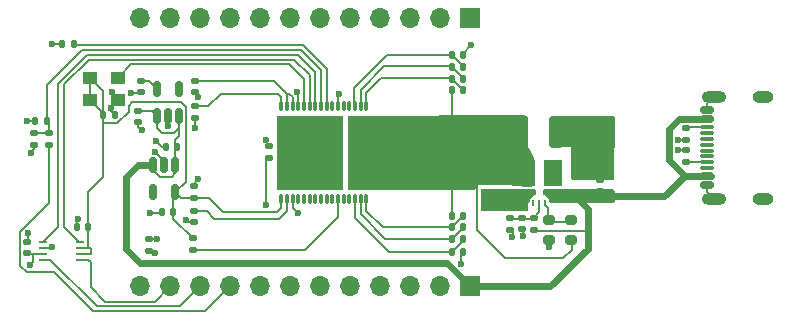
<source format=gbr>
%TF.GenerationSoftware,KiCad,Pcbnew,8.0.1*%
%TF.CreationDate,2024-04-08T01:45:07-04:00*%
%TF.ProjectId,NerdNOS,4e657264-4e4f-4532-9e6b-696361645f70,rev?*%
%TF.SameCoordinates,Original*%
%TF.FileFunction,Copper,L1,Top*%
%TF.FilePolarity,Positive*%
%FSLAX46Y46*%
G04 Gerber Fmt 4.6, Leading zero omitted, Abs format (unit mm)*
G04 Created by KiCad (PCBNEW 8.0.1) date 2024-04-08 01:45:07*
%MOMM*%
%LPD*%
G01*
G04 APERTURE LIST*
G04 Aperture macros list*
%AMRoundRect*
0 Rectangle with rounded corners*
0 $1 Rounding radius*
0 $2 $3 $4 $5 $6 $7 $8 $9 X,Y pos of 4 corners*
0 Add a 4 corners polygon primitive as box body*
4,1,4,$2,$3,$4,$5,$6,$7,$8,$9,$2,$3,0*
0 Add four circle primitives for the rounded corners*
1,1,$1+$1,$2,$3*
1,1,$1+$1,$4,$5*
1,1,$1+$1,$6,$7*
1,1,$1+$1,$8,$9*
0 Add four rect primitives between the rounded corners*
20,1,$1+$1,$2,$3,$4,$5,0*
20,1,$1+$1,$4,$5,$6,$7,0*
20,1,$1+$1,$6,$7,$8,$9,0*
20,1,$1+$1,$8,$9,$2,$3,0*%
%AMFreePoly0*
4,1,15,0.487499,0.487500,0.487499,0.321501,0.516499,0.250500,0.805500,-0.038499,0.876498,-0.067500,0.922500,-0.067498,1.022500,-0.167500,1.022500,-0.487499,0.922500,-0.587499,-0.487500,-0.587499,-0.587500,-0.487499,-0.587500,0.487500,-0.487500,0.587500,0.387500,0.587502,0.487499,0.487500,0.487499,0.487500,$1*%
%AMFreePoly1*
4,1,15,0.487500,0.587500,0.587500,0.487500,0.587500,-0.487499,0.487500,-0.587499,-0.922500,-0.587499,-1.022500,-0.487499,-1.022500,-0.167500,-0.922500,-0.067498,-0.876498,-0.067500,-0.805500,-0.038499,-0.516499,0.250500,-0.487499,0.321501,-0.487499,0.487500,-0.387500,0.587502,0.487500,0.587500,0.487500,0.587500,$1*%
G04 Aperture macros list end*
%TA.AperFunction,SMDPad,CuDef*%
%ADD10RoundRect,0.200000X0.275000X-0.200000X0.275000X0.200000X-0.275000X0.200000X-0.275000X-0.200000X0*%
%TD*%
%TA.AperFunction,SMDPad,CuDef*%
%ADD11RoundRect,0.140000X0.170000X-0.140000X0.170000X0.140000X-0.170000X0.140000X-0.170000X-0.140000X0*%
%TD*%
%TA.AperFunction,SMDPad,CuDef*%
%ADD12RoundRect,0.225000X-0.250000X0.225000X-0.250000X-0.225000X0.250000X-0.225000X0.250000X0.225000X0*%
%TD*%
%TA.AperFunction,SMDPad,CuDef*%
%ADD13RoundRect,0.135000X-0.185000X0.135000X-0.185000X-0.135000X0.185000X-0.135000X0.185000X0.135000X0*%
%TD*%
%TA.AperFunction,SMDPad,CuDef*%
%ADD14RoundRect,0.150000X0.150000X-0.512500X0.150000X0.512500X-0.150000X0.512500X-0.150000X-0.512500X0*%
%TD*%
%TA.AperFunction,SMDPad,CuDef*%
%ADD15RoundRect,0.135000X0.185000X-0.135000X0.185000X0.135000X-0.185000X0.135000X-0.185000X-0.135000X0*%
%TD*%
%TA.AperFunction,SMDPad,CuDef*%
%ADD16RoundRect,0.140000X-0.170000X0.140000X-0.170000X-0.140000X0.170000X-0.140000X0.170000X0.140000X0*%
%TD*%
%TA.AperFunction,SMDPad,CuDef*%
%ADD17RoundRect,0.140000X0.140000X0.170000X-0.140000X0.170000X-0.140000X-0.170000X0.140000X-0.170000X0*%
%TD*%
%TA.AperFunction,SMDPad,CuDef*%
%ADD18RoundRect,0.135000X-0.135000X-0.185000X0.135000X-0.185000X0.135000X0.185000X-0.135000X0.185000X0*%
%TD*%
%TA.AperFunction,SMDPad,CuDef*%
%ADD19FreePoly0,180.000000*%
%TD*%
%TA.AperFunction,SMDPad,CuDef*%
%ADD20R,1.500000X2.300000*%
%TD*%
%TA.AperFunction,SMDPad,CuDef*%
%ADD21FreePoly1,180.000000*%
%TD*%
%TA.AperFunction,SMDPad,CuDef*%
%ADD22R,0.220000X0.599999*%
%TD*%
%TA.AperFunction,SMDPad,CuDef*%
%ADD23RoundRect,0.150000X0.425000X-0.150000X0.425000X0.150000X-0.425000X0.150000X-0.425000X-0.150000X0*%
%TD*%
%TA.AperFunction,SMDPad,CuDef*%
%ADD24RoundRect,0.075000X0.500000X-0.075000X0.500000X0.075000X-0.500000X0.075000X-0.500000X-0.075000X0*%
%TD*%
%TA.AperFunction,ComponentPad*%
%ADD25O,2.100000X1.000000*%
%TD*%
%TA.AperFunction,ComponentPad*%
%ADD26O,1.800000X1.000000*%
%TD*%
%TA.AperFunction,SMDPad,CuDef*%
%ADD27RoundRect,0.140000X-0.140000X-0.170000X0.140000X-0.170000X0.140000X0.170000X-0.140000X0.170000X0*%
%TD*%
%TA.AperFunction,SMDPad,CuDef*%
%ADD28R,1.300000X1.100000*%
%TD*%
%TA.AperFunction,SMDPad,CuDef*%
%ADD29RoundRect,0.250000X-0.325000X-1.100000X0.325000X-1.100000X0.325000X1.100000X-0.325000X1.100000X0*%
%TD*%
%TA.AperFunction,SMDPad,CuDef*%
%ADD30RoundRect,0.200000X-0.275000X0.200000X-0.275000X-0.200000X0.275000X-0.200000X0.275000X0.200000X0*%
%TD*%
%TA.AperFunction,SMDPad,CuDef*%
%ADD31RoundRect,0.135000X-0.000010X0.295000X-0.000010X-0.295000X0.000010X-0.295000X0.000010X0.295000X0*%
%TD*%
%TA.AperFunction,SMDPad,CuDef*%
%ADD32R,1.850000X6.300000*%
%TD*%
%TA.AperFunction,SMDPad,CuDef*%
%ADD33R,5.550000X6.300000*%
%TD*%
%TA.AperFunction,SMDPad,CuDef*%
%ADD34R,0.762000X0.254000*%
%TD*%
%TA.AperFunction,SMDPad,CuDef*%
%ADD35RoundRect,0.150000X-0.150000X0.512500X-0.150000X-0.512500X0.150000X-0.512500X0.150000X0.512500X0*%
%TD*%
%TA.AperFunction,SMDPad,CuDef*%
%ADD36RoundRect,0.250000X0.475000X-0.250000X0.475000X0.250000X-0.475000X0.250000X-0.475000X-0.250000X0*%
%TD*%
%TA.AperFunction,ComponentPad*%
%ADD37R,1.700000X1.700000*%
%TD*%
%TA.AperFunction,ComponentPad*%
%ADD38O,1.700000X1.700000*%
%TD*%
%TA.AperFunction,ViaPad*%
%ADD39C,0.600000*%
%TD*%
%TA.AperFunction,Conductor*%
%ADD40C,0.200000*%
%TD*%
%TA.AperFunction,Conductor*%
%ADD41C,0.600000*%
%TD*%
G04 APERTURE END LIST*
D10*
%TO.P,R12,1*%
%TO.N,/BM1397/VDD*%
X125270000Y-73550000D03*
%TO.P,R12,2*%
%TO.N,Net-(U5-FB)*%
X125270000Y-71900000D03*
%TD*%
D11*
%TO.P,C23,1*%
%TO.N,/BM1397/VBUS*%
X127700000Y-69450000D03*
%TO.P,C23,2*%
%TO.N,GND*%
X127700000Y-68490000D03*
%TD*%
D12*
%TO.P,C10,1*%
%TO.N,/BM1397/VDD*%
X119090000Y-68315000D03*
%TO.P,C10,2*%
%TO.N,GND*%
X119090000Y-69865000D03*
%TD*%
D13*
%TO.P,TH1,1*%
%TO.N,GND*%
X99700000Y-65590000D03*
%TO.P,TH1,2*%
%TO.N,/T_Display_S3/GPIO10*%
X99700000Y-66610000D03*
%TD*%
%TO.P,R8,1*%
%TO.N,/T_Display_S3/GPIO10*%
X89500000Y-73490000D03*
%TO.P,R8,2*%
%TO.N,/BM1397/3V3*%
X89500000Y-74510000D03*
%TD*%
D14*
%TO.P,U4,1,VIN*%
%TO.N,/BM1397/VBUS*%
X90150001Y-63037500D03*
%TO.P,U4,2,GND*%
%TO.N,GND*%
X91100000Y-63037500D03*
%TO.P,U4,3,EN*%
%TO.N,/BM1397/VBUS*%
X92049999Y-63037500D03*
%TO.P,U4,4,PG*%
%TO.N,unconnected-(U4-PG-Pad4)*%
X92049999Y-60762500D03*
%TO.P,U4,5,VOUT*%
%TO.N,/BM1397/0V8*%
X90150001Y-60762500D03*
%TD*%
D15*
%TO.P,R7,1*%
%TO.N,GND*%
X135000000Y-65110000D03*
%TO.P,R7,2*%
%TO.N,Net-(J3-CC2)*%
X135000000Y-64090000D03*
%TD*%
D16*
%TO.P,C5,1*%
%TO.N,/BM1397/1V8_O*%
X93400000Y-62265400D03*
%TO.P,C5,2*%
%TO.N,GND*%
X93400000Y-63225400D03*
%TD*%
D17*
%TO.P,C6,1*%
%TO.N,Net-(IC1-VDD2_0)*%
X116080000Y-59900000D03*
%TO.P,C6,2*%
%TO.N,Net-(IC1-VDD3_0)*%
X115120000Y-59900000D03*
%TD*%
D18*
%TO.P,R1,1*%
%TO.N,GND*%
X79890001Y-63500000D03*
%TO.P,R1,2*%
%TO.N,/BM1397/RST_N*%
X80909999Y-63500000D03*
%TD*%
D16*
%TO.P,C7,2*%
%TO.N,/BM1397/3V3*%
X79200000Y-74680000D03*
%TO.P,C7,1*%
%TO.N,GND*%
X79200000Y-73720000D03*
%TD*%
D17*
%TO.P,C2,1*%
%TO.N,GND*%
X116080000Y-57880000D03*
%TO.P,C2,2*%
%TO.N,Net-(IC1-VDD1_0)*%
X115120000Y-57880000D03*
%TD*%
D13*
%TO.P,R6,1*%
%TO.N,GND*%
X135000000Y-65990000D03*
%TO.P,R6,2*%
%TO.N,Net-(J3-CC1)*%
X135000000Y-67010000D03*
%TD*%
D16*
%TO.P,C20,2*%
%TO.N,GND*%
X88600000Y-63580000D03*
%TO.P,C20,1*%
%TO.N,/BM1397/VBUS*%
X88600000Y-62620000D03*
%TD*%
D15*
%TO.P,R5,1*%
%TO.N,Net-(IC1-RI)*%
X93200000Y-74409999D03*
%TO.P,R5,2*%
%TO.N,/BM1397/1V8*%
X93200000Y-73390001D03*
%TD*%
D19*
%TO.P,U5,1,VIN*%
%TO.N,/BM1397/VBUS*%
X123862500Y-69877499D03*
D20*
%TO.P,U5,2,SW*%
%TO.N,unconnected-(U5-SW-Pad2)*%
X123700001Y-67890000D03*
%TO.P,U5,3,VOUT*%
%TO.N,/BM1397/VDD*%
X121400001Y-67890000D03*
D21*
%TO.P,U5,4,PGND*%
%TO.N,GND*%
X121250001Y-69865000D03*
D22*
%TO.P,U5,5,PG*%
%TO.N,unconnected-(U5-PG-Pad5)*%
X122050002Y-70464999D03*
%TO.P,U5,6,EN*%
%TO.N,Net-(U5-EN)*%
X122550001Y-70464999D03*
%TO.P,U5,7,FB*%
%TO.N,Net-(U5-FB)*%
X123050000Y-70464999D03*
%TD*%
D23*
%TO.P,J3,A1,GND*%
%TO.N,GND*%
X136745000Y-68950000D03*
%TO.P,J3,A4,VBUS*%
%TO.N,/BM1397/VBUS*%
X136745000Y-68150000D03*
D24*
%TO.P,J3,A5,CC1*%
%TO.N,Net-(J3-CC1)*%
X136745000Y-67000000D03*
%TO.P,J3,A6,D+*%
%TO.N,unconnected-(J3-D+-PadA6)*%
X136745000Y-66000000D03*
%TO.P,J3,A7,D-*%
%TO.N,unconnected-(J3-D--PadA7)*%
X136745000Y-65500000D03*
%TO.P,J3,A8,SBU1*%
%TO.N,unconnected-(J3-SBU1-PadA8)*%
X136745000Y-64500000D03*
D23*
%TO.P,J3,B1,GND*%
%TO.N,GND*%
X136745000Y-62550000D03*
%TO.P,J3,B4,VBUS*%
%TO.N,/BM1397/VBUS*%
X136745000Y-63350000D03*
D24*
%TO.P,J3,B5,CC2*%
%TO.N,Net-(J3-CC2)*%
X136745000Y-64000000D03*
%TO.P,J3,B6,D+*%
%TO.N,unconnected-(J3-D+-PadB6)*%
X136745000Y-65000000D03*
%TO.P,J3,B7,D-*%
%TO.N,unconnected-(J3-D--PadB7)*%
X136745000Y-66500000D03*
%TO.P,J3,B8,SBU2*%
%TO.N,unconnected-(J3-SBU2-PadB8)*%
X136745000Y-67500000D03*
D25*
%TO.P,J3,S1,SHIELD*%
%TO.N,GND*%
X137320000Y-70070000D03*
D26*
X141500000Y-70070000D03*
D25*
X137320000Y-61430000D03*
D26*
X141500000Y-61430000D03*
%TD*%
D27*
%TO.P,C18,1*%
%TO.N,Net-(IC1-VDD1_1)*%
X115120000Y-74600000D03*
%TO.P,C18,2*%
%TO.N,GND*%
X116080000Y-74600000D03*
%TD*%
D11*
%TO.P,C15,1*%
%TO.N,/BM1397/1V8*%
X93300000Y-69980000D03*
%TO.P,C15,2*%
%TO.N,GND*%
X93300000Y-69020000D03*
%TD*%
D16*
%TO.P,C11,1*%
%TO.N,Net-(U5-EN)*%
X121070000Y-71700000D03*
%TO.P,C11,2*%
%TO.N,GND*%
X121070000Y-72660000D03*
%TD*%
D27*
%TO.P,C17,1*%
%TO.N,Net-(IC1-VDD2_1)*%
X115120000Y-73500000D03*
%TO.P,C17,2*%
%TO.N,Net-(IC1-VDD1_1)*%
X116080000Y-73500000D03*
%TD*%
D17*
%TO.P,C3,1*%
%TO.N,Net-(IC1-VDD1_0)*%
X116080000Y-58900000D03*
%TO.P,C3,2*%
%TO.N,Net-(IC1-VDD2_0)*%
X115120000Y-58900000D03*
%TD*%
D28*
%TO.P,U2,1,EN*%
%TO.N,/BM1397/1V8*%
X84550000Y-61750000D03*
%TO.P,U2,2,GND*%
%TO.N,GND*%
X86850000Y-61750000D03*
%TO.P,U2,3,OUT*%
%TO.N,/BM1397/BM_CLKI*%
X86850000Y-59850000D03*
%TO.P,U2,4,VIN*%
%TO.N,/BM1397/1V8*%
X84550000Y-59850000D03*
%TD*%
D13*
%TO.P,R4,1*%
%TO.N,/BM1397/RST_N*%
X79800000Y-64520000D03*
%TO.P,R4,2*%
%TO.N,GND*%
X79800000Y-65540000D03*
%TD*%
D17*
%TO.P,C1,2*%
%TO.N,/BM1397/1V8*%
X85640000Y-63000000D03*
%TO.P,C1,1*%
%TO.N,GND*%
X86600000Y-63000000D03*
%TD*%
D15*
%TO.P,R10,1*%
%TO.N,/BM1397/VBUS*%
X122100000Y-72710000D03*
%TO.P,R10,2*%
%TO.N,Net-(U5-EN)*%
X122100000Y-71690000D03*
%TD*%
D29*
%TO.P,C13,1*%
%TO.N,/BM1397/VDD*%
X121045000Y-64390000D03*
%TO.P,C13,2*%
%TO.N,GND*%
X123995000Y-64390000D03*
%TD*%
D17*
%TO.P,C21,1*%
%TO.N,/BM1397/1V8*%
X91580000Y-71200000D03*
%TO.P,C21,2*%
%TO.N,GND*%
X90620000Y-71200000D03*
%TD*%
D15*
%TO.P,R3,1*%
%TO.N,/BM1397/RST*%
X81000000Y-65540000D03*
%TO.P,R3,2*%
%TO.N,/BM1397/RST_N*%
X81000000Y-64520000D03*
%TD*%
D17*
%TO.P,C9,2*%
%TO.N,GND*%
X83420000Y-72500000D03*
%TO.P,C9,1*%
%TO.N,/BM1397/1V8*%
X84380000Y-72500000D03*
%TD*%
D16*
%TO.P,C4,1*%
%TO.N,/BM1397/0V8_O*%
X93400000Y-60120000D03*
%TO.P,C4,2*%
%TO.N,GND*%
X93400000Y-61080000D03*
%TD*%
D30*
%TO.P,R13,1*%
%TO.N,Net-(U5-FB)*%
X123400000Y-71905000D03*
%TO.P,R13,2*%
%TO.N,GND*%
X123400000Y-73555000D03*
%TD*%
D31*
%TO.P,IC1,1,VDD3_0*%
%TO.N,Net-(IC1-VDD3_0)*%
X107900000Y-62265400D03*
%TO.P,IC1,2,VDD2_0*%
%TO.N,Net-(IC1-VDD2_0)*%
X107420000Y-62265400D03*
%TO.P,IC1,3,VDD1_0*%
%TO.N,Net-(IC1-VDD1_0)*%
X106940000Y-62265400D03*
%TO.P,IC1,4,ADDR0*%
%TO.N,unconnected-(IC1-ADDR0-Pad4)*%
X106460000Y-62265400D03*
%TO.P,IC1,5,ADDR1*%
%TO.N,unconnected-(IC1-ADDR1-Pad5)*%
X105980000Y-62265400D03*
%TO.P,IC1,6,ADDR2*%
%TO.N,GND*%
X105500000Y-62265400D03*
%TO.P,IC1,7,TEST*%
%TO.N,unconnected-(IC1-TEST-Pad7)*%
X105020000Y-62265400D03*
%TO.P,IC1,8,BI*%
%TO.N,Net-(IC1-BI)*%
X104540000Y-62265400D03*
%TO.P,IC1,9,NRSTI*%
%TO.N,/BM1397/RST_N*%
X104060000Y-62265400D03*
%TO.P,IC1,10,RO*%
%TO.N,/BM1397/RO*%
X103580000Y-62265400D03*
%TO.P,IC1,11,CI*%
%TO.N,/BM1397/CI*%
X103100000Y-62265400D03*
%TO.P,IC1,12,CLKI*%
%TO.N,/BM1397/BM_CLKI*%
X102620000Y-62265400D03*
%TO.P,IC1,13,PLL_VSS*%
%TO.N,GND*%
X102140000Y-62265400D03*
%TO.P,IC1,14,PLL_VDD*%
%TO.N,/BM1397/0V8_O*%
X101660000Y-62265400D03*
%TO.P,IC1,15,VDDIO_08_0*%
X101180000Y-62265400D03*
%TO.P,IC1,16,VDDIO_18_0*%
%TO.N,/BM1397/1V8_O*%
X100700000Y-62265400D03*
%TO.P,IC1,17,VDDIO_18_1*%
%TO.N,/BM1397/1V8*%
X100700000Y-70134600D03*
%TO.P,IC1,18,VDDIO_08_1*%
%TO.N,/BM1397/0V8_O2*%
X101180000Y-70134600D03*
%TO.P,IC1,19,VSS*%
%TO.N,GND*%
X101660000Y-70134600D03*
%TO.P,IC1,20,PIN_MODE*%
%TO.N,unconnected-(IC1-PIN_MODE-Pad20)*%
X102140000Y-70134600D03*
%TO.P,IC1,21,TEMP_N*%
%TO.N,unconnected-(IC1-TEMP_N-Pad21)*%
X102620000Y-70134600D03*
%TO.P,IC1,22,TEMP_P*%
%TO.N,unconnected-(IC1-TEMP_P-Pad22)*%
X103100000Y-70134600D03*
%TO.P,IC1,23,RF*%
%TO.N,unconnected-(IC1-RF-Pad23)*%
X103580000Y-70134600D03*
%TO.P,IC1,24,TF*%
%TO.N,unconnected-(IC1-TF-Pad24)*%
X104060000Y-70134600D03*
%TO.P,IC1,25,CLKO*%
%TO.N,unconnected-(IC1-CLKO-Pad25)*%
X104540000Y-70134600D03*
%TO.P,IC1,26,CO*%
%TO.N,unconnected-(IC1-CO-Pad26)*%
X105020000Y-70134600D03*
%TO.P,IC1,27,RI*%
%TO.N,Net-(IC1-RI)*%
X105500000Y-70134600D03*
%TO.P,IC1,28,NRSTO*%
%TO.N,unconnected-(IC1-NRSTO-Pad28)*%
X105980000Y-70134600D03*
%TO.P,IC1,29,BO*%
%TO.N,unconnected-(IC1-BO-Pad29)*%
X106460000Y-70134600D03*
%TO.P,IC1,30,VDD1_1*%
%TO.N,Net-(IC1-VDD1_1)*%
X106940000Y-70134600D03*
%TO.P,IC1,31,VDD2_1*%
%TO.N,Net-(IC1-VDD2_1)*%
X107420000Y-70134600D03*
%TO.P,IC1,32,VDD3_1*%
%TO.N,Net-(IC1-VDD3_1)*%
X107900000Y-70134600D03*
D32*
%TO.P,IC1,33,VDD*%
%TO.N,/BM1397/VDD*%
X107300000Y-66200000D03*
D33*
%TO.P,IC1,34,VSS_0*%
%TO.N,GND*%
X103100000Y-66200000D03*
%TD*%
D34*
%TO.P,U6,1,B2*%
%TO.N,/BM1397/RO*%
X80525200Y-73749811D03*
%TO.P,U6,2,GND*%
%TO.N,GND*%
X80525200Y-74249937D03*
%TO.P,U6,3,VCCA*%
%TO.N,/BM1397/3V3*%
X80525200Y-74750063D03*
%TO.P,U6,4,A2Y*%
%TO.N,/T_Display_S3/GPIO2*%
X80525200Y-75250189D03*
%TO.P,U6,5,A1*%
%TO.N,/T_Display_S3/GPIO1*%
X83674800Y-75250189D03*
%TO.P,U6,6,OE*%
%TO.N,/BM1397/1V8*%
X83674800Y-74750063D03*
%TO.P,U6,7,VCCB*%
X83674800Y-74249937D03*
%TO.P,U6,8,B1Y*%
%TO.N,/BM1397/CI*%
X83674800Y-73749811D03*
%TD*%
D17*
%TO.P,C19,1*%
%TO.N,/BM1397/VBUS*%
X91880000Y-65700000D03*
%TO.P,C19,2*%
%TO.N,GND*%
X90920000Y-65700000D03*
%TD*%
D16*
%TO.P,C22,1*%
%TO.N,/BM1397/0V8*%
X88800000Y-60120000D03*
%TO.P,C22,2*%
%TO.N,GND*%
X88800000Y-61080000D03*
%TD*%
D27*
%TO.P,C14,1*%
%TO.N,Net-(IC1-VDD3_1)*%
X115120000Y-72500000D03*
%TO.P,C14,2*%
%TO.N,Net-(IC1-VDD2_1)*%
X116080000Y-72500000D03*
%TD*%
D18*
%TO.P,R2,1*%
%TO.N,GND*%
X82140000Y-56960000D03*
%TO.P,R2,2*%
%TO.N,Net-(IC1-BI)*%
X83160000Y-56960000D03*
%TD*%
D27*
%TO.P,C12,1*%
%TO.N,/BM1397/VDD*%
X115120000Y-71500000D03*
%TO.P,C12,2*%
%TO.N,Net-(IC1-VDD3_1)*%
X116080000Y-71500000D03*
%TD*%
D35*
%TO.P,U3,1,VIN*%
%TO.N,/BM1397/VBUS*%
X91749999Y-67262500D03*
%TO.P,U3,2,GND*%
%TO.N,GND*%
X90800000Y-67262500D03*
%TO.P,U3,3,EN*%
%TO.N,/BM1397/VBUS*%
X89850001Y-67262500D03*
%TO.P,U3,4,PG*%
%TO.N,unconnected-(U3-PG-Pad4)*%
X89850001Y-69537500D03*
%TO.P,U3,5,VOUT*%
%TO.N,/BM1397/1V8*%
X91749999Y-69537500D03*
%TD*%
D17*
%TO.P,C8,1*%
%TO.N,Net-(IC1-VDD3_0)*%
X116080000Y-60900000D03*
%TO.P,C8,2*%
%TO.N,/BM1397/VDD*%
X115120000Y-60900000D03*
%TD*%
D16*
%TO.P,C16,1*%
%TO.N,/BM1397/0V8_O2*%
X93300000Y-71120000D03*
%TO.P,C16,2*%
%TO.N,GND*%
X93300000Y-72080000D03*
%TD*%
D36*
%TO.P,C24,1*%
%TO.N,/BM1397/VBUS*%
X125980000Y-69910000D03*
%TO.P,C24,2*%
%TO.N,GND*%
X125980000Y-68010000D03*
%TD*%
D13*
%TO.P,R11,1*%
%TO.N,Net-(U5-EN)*%
X120040000Y-71680000D03*
%TO.P,R11,2*%
%TO.N,GND*%
X120040000Y-72700000D03*
%TD*%
D37*
%TO.P,J2,1,Pin_1*%
%TO.N,/BM1397/VBUS*%
X116690000Y-77500000D03*
D38*
%TO.P,J2,2,Pin_2*%
%TO.N,GND*%
X114150000Y-77500000D03*
%TO.P,J2,3,Pin_3*%
%TO.N,unconnected-(J2-Pin_3-Pad3)*%
X111610000Y-77500000D03*
%TO.P,J2,4,Pin_4*%
%TO.N,unconnected-(J2-Pin_4-Pad4)*%
X109070000Y-77500000D03*
%TO.P,J2,5,Pin_5*%
%TO.N,unconnected-(J2-Pin_5-Pad5)*%
X106530000Y-77500000D03*
%TO.P,J2,6,Pin_6*%
%TO.N,unconnected-(J2-Pin_6-Pad6)*%
X103990000Y-77500000D03*
%TO.P,J2,7,Pin_7*%
%TO.N,unconnected-(J2-Pin_7-Pad7)*%
X101450000Y-77500000D03*
%TO.P,J2,8,Pin_8*%
%TO.N,/T_Display_S3/GPIO10*%
X98910000Y-77500000D03*
%TO.P,J2,9,Pin_9*%
%TO.N,/BM1397/RST*%
X96370000Y-77500000D03*
%TO.P,J2,10,Pin_10*%
%TO.N,/T_Display_S3/GPIO2*%
X93830000Y-77500000D03*
%TO.P,J2,11,Pin_11*%
%TO.N,/T_Display_S3/GPIO1*%
X91290000Y-77500000D03*
%TO.P,J2,12,Pin_12*%
%TO.N,/BM1397/3V3*%
X88750000Y-77500000D03*
%TD*%
D37*
%TO.P,J1,1,Pin_1*%
%TO.N,unconnected-(J1-Pin_1-Pad1)*%
X116690000Y-54750000D03*
D38*
%TO.P,J1,2,Pin_2*%
%TO.N,GND*%
X114150000Y-54750000D03*
%TO.P,J1,3,Pin_3*%
X111610000Y-54750000D03*
%TO.P,J1,4,Pin_4*%
%TO.N,unconnected-(J1-Pin_4-Pad4)*%
X109070000Y-54750000D03*
%TO.P,J1,5,Pin_5*%
%TO.N,unconnected-(J1-Pin_5-Pad5)*%
X106530000Y-54750000D03*
%TO.P,J1,6,Pin_6*%
%TO.N,unconnected-(J1-Pin_6-Pad6)*%
X103990000Y-54750000D03*
%TO.P,J1,7,Pin_7*%
%TO.N,unconnected-(J1-Pin_7-Pad7)*%
X101450000Y-54750000D03*
%TO.P,J1,8,Pin_8*%
%TO.N,unconnected-(J1-Pin_8-Pad8)*%
X98910000Y-54750000D03*
%TO.P,J1,9,Pin_9*%
%TO.N,unconnected-(J1-Pin_9-Pad9)*%
X96370000Y-54750000D03*
%TO.P,J1,10,Pin_10*%
%TO.N,unconnected-(J1-Pin_10-Pad10)*%
X93830000Y-54750000D03*
%TO.P,J1,11,Pin_11*%
%TO.N,GND*%
X91290000Y-54750000D03*
%TO.P,J1,12,Pin_12*%
X88750000Y-54750000D03*
%TD*%
D39*
%TO.N,/T_Display_S3/GPIO10*%
X90200000Y-73500000D03*
%TO.N,/BM1397/3V3*%
X90000000Y-74710000D03*
%TO.N,/T_Display_S3/GPIO10*%
X99400000Y-70580000D03*
%TO.N,GND*%
X99400000Y-65100000D03*
X128320000Y-65160000D03*
X104050000Y-65700000D03*
X101050000Y-64700000D03*
X127060000Y-66730000D03*
X121200000Y-73200000D03*
X128320000Y-66710000D03*
X105050000Y-66700000D03*
X105600000Y-61200000D03*
X79300000Y-73000000D03*
X81316994Y-74161855D03*
X116800000Y-57100000D03*
X104050000Y-64700000D03*
X105050000Y-63700000D03*
X125830000Y-65170000D03*
X120220000Y-69580000D03*
X101050000Y-68700000D03*
X81290000Y-56940000D03*
X102050000Y-66700000D03*
X103050000Y-63700000D03*
X90100000Y-65200000D03*
X119930000Y-70800000D03*
X117890000Y-70830000D03*
X89600000Y-71300000D03*
X103050000Y-68700000D03*
X103050000Y-64700000D03*
X83500000Y-71800000D03*
X105050000Y-68700000D03*
X125140000Y-64420000D03*
X104050000Y-63700000D03*
X104050000Y-66700000D03*
X101050000Y-65700000D03*
X88000000Y-61100000D03*
X101050000Y-63700000D03*
X93677036Y-61494171D03*
X127060000Y-63630000D03*
X115960686Y-75639314D03*
X102050000Y-64700000D03*
X102100000Y-71320000D03*
X123390000Y-74150000D03*
X86255604Y-62397971D03*
X79500000Y-66200000D03*
X92600000Y-71900000D03*
X103050000Y-66700000D03*
X105050000Y-67700000D03*
X134300000Y-65990000D03*
X93400000Y-64100000D03*
X105050000Y-64700000D03*
X93687270Y-68448758D03*
X125830000Y-63620000D03*
X102050000Y-68700000D03*
X79200000Y-63500000D03*
X91100000Y-63900000D03*
X86400000Y-61000000D03*
X128320000Y-63610000D03*
X117890000Y-69600000D03*
X127060000Y-65180000D03*
X101050000Y-67700000D03*
X102020000Y-61000000D03*
X104050000Y-68700000D03*
X121110000Y-70780000D03*
X103050000Y-67700000D03*
X104050000Y-67700000D03*
X88900000Y-64300000D03*
X125830000Y-66720000D03*
X102050000Y-67700000D03*
X120200000Y-73300000D03*
X105050000Y-65700000D03*
X134300000Y-65100000D03*
X102050000Y-63700000D03*
X101050000Y-66700000D03*
X90000000Y-66100000D03*
X102050000Y-65700000D03*
X103050000Y-65700000D03*
%TO.N,/BM1397/3V3*%
X79400000Y-75700000D03*
%TD*%
D40*
%TO.N,GND*%
X99400000Y-65290000D02*
X99400000Y-65100000D01*
X99700000Y-65590000D02*
X99400000Y-65290000D01*
%TO.N,/T_Display_S3/GPIO10*%
X99700000Y-66610000D02*
X99400000Y-66910000D01*
X99400000Y-66910000D02*
X99400000Y-70580000D01*
X90190000Y-73490000D02*
X90200000Y-73500000D01*
X89500000Y-73490000D02*
X90190000Y-73490000D01*
%TO.N,/BM1397/3V3*%
X89800000Y-74510000D02*
X90000000Y-74710000D01*
X89500000Y-74510000D02*
X89800000Y-74510000D01*
%TO.N,/BM1397/1V8*%
X93200000Y-73390001D02*
X93209999Y-73400000D01*
X85640000Y-68240000D02*
X84355800Y-69524200D01*
X91749999Y-69537500D02*
X92649999Y-68637500D01*
X85640000Y-63000000D02*
X85640000Y-62840000D01*
X84355800Y-74176811D02*
X84355800Y-71300000D01*
X84282674Y-74249937D02*
X84355800Y-74176811D01*
X86836134Y-63700000D02*
X85640000Y-63700000D01*
X91580000Y-71200000D02*
X91580000Y-71770001D01*
X84580000Y-74740000D02*
X84580000Y-74260000D01*
X91580000Y-69707499D02*
X91580000Y-71200000D01*
X85640000Y-62840000D02*
X84550000Y-61750000D01*
X100700000Y-70850000D02*
X100700000Y-70134600D01*
X87800000Y-62200000D02*
X87800000Y-62736134D01*
X83674800Y-74750063D02*
X84569937Y-74750063D01*
X85640000Y-60940000D02*
X84550000Y-59850000D01*
X92649999Y-68637500D02*
X92649999Y-62334448D01*
X85640000Y-63700000D02*
X85640000Y-68240000D01*
X92192499Y-69980000D02*
X91749999Y-69537500D01*
X95800000Y-71180000D02*
X100370000Y-71180000D01*
X92228051Y-61912500D02*
X88087500Y-61912500D01*
X85640000Y-63000000D02*
X85640000Y-63700000D01*
X83674800Y-74249937D02*
X84282674Y-74249937D01*
X93300000Y-69980000D02*
X94600000Y-69980000D01*
X84569937Y-74750063D02*
X84580000Y-74740000D01*
X92649999Y-62334448D02*
X92228051Y-61912500D01*
X100370000Y-71180000D02*
X100700000Y-70850000D01*
X88087500Y-61912500D02*
X87800000Y-62200000D01*
X84580000Y-74260000D02*
X84569937Y-74249937D01*
X85640000Y-63000000D02*
X85640000Y-60940000D01*
X91580000Y-71770001D02*
X93200000Y-73390001D01*
X84569937Y-74249937D02*
X84282674Y-74249937D01*
X87800000Y-62736134D02*
X86836134Y-63700000D01*
X93300000Y-69980000D02*
X92192499Y-69980000D01*
X94600000Y-69980000D02*
X95800000Y-71180000D01*
X84550000Y-59850000D02*
X84550000Y-61750000D01*
X84355800Y-71300000D02*
X84355800Y-69524200D01*
X91749999Y-69537500D02*
X91580000Y-69707499D01*
%TO.N,GND*%
X120300000Y-72810000D02*
X120300000Y-73200000D01*
X88600000Y-63580000D02*
X88600000Y-64000000D01*
X102140000Y-63610000D02*
X102050000Y-63700000D01*
X102100000Y-71320000D02*
X101660000Y-70880000D01*
X90800000Y-67262500D02*
X90800000Y-66900000D01*
X81450000Y-56940000D02*
X81470000Y-56960000D01*
X136745000Y-68950000D02*
X136745000Y-69495000D01*
X92780000Y-72080000D02*
X93300000Y-72080000D01*
X81206200Y-74161855D02*
X81118118Y-74249937D01*
X101660000Y-69090000D02*
X102050000Y-68700000D01*
X102140000Y-61120000D02*
X102140000Y-62265400D01*
X81470000Y-56960000D02*
X82140000Y-56960000D01*
X83420000Y-71880000D02*
X83500000Y-71800000D01*
X93677036Y-61494171D02*
X93677036Y-61357036D01*
X79300000Y-73000000D02*
X79300000Y-73620000D01*
X86255604Y-62655604D02*
X86600000Y-63000000D01*
X90520000Y-71300000D02*
X90620000Y-71200000D01*
X79500000Y-66200000D02*
X79800000Y-65900000D01*
X88600000Y-64000000D02*
X88900000Y-64300000D01*
X102050000Y-67450000D02*
X102050000Y-67250000D01*
X91100000Y-63037500D02*
X91100000Y-63900000D01*
X105500000Y-63250000D02*
X105050000Y-63700000D01*
X90800000Y-66900000D02*
X90000000Y-66100000D01*
X101660000Y-68840000D02*
X102050000Y-68450000D01*
X103050000Y-66250000D02*
X103100000Y-66200000D01*
X102050000Y-68450000D02*
X101660000Y-68060000D01*
X88780000Y-61100000D02*
X88800000Y-61080000D01*
X79800000Y-65900000D02*
X79800000Y-65540000D01*
X81118118Y-74249937D02*
X80525200Y-74249937D01*
X93677036Y-61357036D02*
X93400000Y-61080000D01*
X134300000Y-65100000D02*
X134310000Y-65110000D01*
X134300000Y-65990000D02*
X135000000Y-65990000D01*
X79300000Y-73620000D02*
X79200000Y-73720000D01*
X105500000Y-61300000D02*
X105600000Y-61200000D01*
X86255604Y-62397971D02*
X86255604Y-62655604D01*
X136745000Y-62550000D02*
X136745000Y-62005000D01*
X102850000Y-66450000D02*
X103050000Y-66450000D01*
X115960686Y-74719314D02*
X116080000Y-74600000D01*
X101660000Y-70880000D02*
X101660000Y-70134600D01*
X79200000Y-63500000D02*
X79890001Y-63500000D01*
X93687270Y-68448758D02*
X93300000Y-68836028D01*
X115960686Y-75639314D02*
X115960686Y-74719314D01*
X116080000Y-57820000D02*
X116080000Y-57880000D01*
X120300000Y-73200000D02*
X120200000Y-73300000D01*
X121200000Y-72420000D02*
X121200000Y-73200000D01*
X86400000Y-61000000D02*
X86400000Y-61080000D01*
X93300000Y-68836028D02*
X93300000Y-69020000D01*
X101850000Y-67450000D02*
X102050000Y-67450000D01*
X105500000Y-62265400D02*
X105500000Y-61300000D01*
X116800000Y-57100000D02*
X116080000Y-57820000D01*
X89600000Y-71300000D02*
X90520000Y-71300000D01*
X101660000Y-68060000D02*
X101660000Y-67640000D01*
X102050000Y-67250000D02*
X102850000Y-66450000D01*
X81316994Y-74161855D02*
X81206200Y-74161855D01*
X103050000Y-66450000D02*
X103050000Y-66250000D01*
X101660000Y-67640000D02*
X101850000Y-67450000D01*
X136745000Y-69495000D02*
X137320000Y-70070000D01*
X81290000Y-56940000D02*
X81450000Y-56940000D01*
X102020000Y-61000000D02*
X102140000Y-61120000D01*
X90600000Y-65700000D02*
X90100000Y-65200000D01*
X136745000Y-62005000D02*
X137320000Y-61430000D01*
X86810000Y-61490000D02*
X87400000Y-61490000D01*
X123400000Y-74140000D02*
X123400000Y-73555000D01*
X93400000Y-63225400D02*
X93400000Y-64100000D01*
X86400000Y-61080000D02*
X86810000Y-61490000D01*
X90920000Y-65700000D02*
X90600000Y-65700000D01*
X134310000Y-65110000D02*
X135000000Y-65110000D01*
X123390000Y-74150000D02*
X123400000Y-74140000D01*
X88000000Y-61100000D02*
X88780000Y-61100000D01*
X83420000Y-72500000D02*
X83420000Y-71880000D01*
X92600000Y-71900000D02*
X92780000Y-72080000D01*
%TO.N,Net-(IC1-VDD1_0)*%
X106895000Y-60665000D02*
X106895000Y-62220400D01*
X115120000Y-57880000D02*
X109680000Y-57880000D01*
X106895000Y-62220400D02*
X106940000Y-62265400D01*
X116080000Y-58840000D02*
X115120000Y-57880000D01*
X116080000Y-58900000D02*
X116080000Y-58840000D01*
X109680000Y-57880000D02*
X106895000Y-60665000D01*
%TO.N,Net-(IC1-VDD2_0)*%
X107420000Y-60870000D02*
X107420000Y-62265400D01*
X115120000Y-58900000D02*
X115100000Y-58880000D01*
X115100000Y-58880000D02*
X109410000Y-58880000D01*
X116080000Y-59860000D02*
X115120000Y-58900000D01*
X115120000Y-58900000D02*
X115020000Y-58800000D01*
X116080000Y-59900000D02*
X116080000Y-59860000D01*
X109410000Y-58880000D02*
X107420000Y-60870000D01*
%TO.N,/BM1397/0V8*%
X88800000Y-60120000D02*
X89507501Y-60120000D01*
X89507501Y-60120000D02*
X90150001Y-60762500D01*
%TO.N,Net-(IC1-VDD3_0)*%
X107900000Y-61150000D02*
X107900000Y-62265400D01*
X116080000Y-60860000D02*
X115120000Y-59900000D01*
X116080000Y-60900000D02*
X116080000Y-60860000D01*
X115100000Y-59880000D02*
X109170000Y-59880000D01*
X115120000Y-59900000D02*
X115100000Y-59880000D01*
X109170000Y-59880000D02*
X107900000Y-61150000D01*
%TO.N,/BM1397/VDD*%
X115120000Y-63180000D02*
X115100000Y-63200000D01*
X115120000Y-60900000D02*
X115120000Y-63180000D01*
X117290000Y-72760000D02*
X117290000Y-68900000D01*
X119650000Y-75120000D02*
X117290000Y-72760000D01*
X124600000Y-75120000D02*
X119650000Y-75120000D01*
X115120000Y-71500000D02*
X115120000Y-68820000D01*
X115120000Y-68820000D02*
X115100000Y-68800000D01*
X125300000Y-73812500D02*
X125300000Y-74420000D01*
X125300000Y-74420000D02*
X124600000Y-75120000D01*
%TO.N,Net-(IC1-VDD3_1)*%
X116080000Y-71500000D02*
X116080000Y-71540000D01*
X107900000Y-71100000D02*
X109300000Y-72500000D01*
X109300000Y-72500000D02*
X115120000Y-72500000D01*
X116080000Y-71540000D02*
X115120000Y-72500000D01*
X107900000Y-70134600D02*
X107900000Y-71100000D01*
%TO.N,Net-(IC1-VDD2_1)*%
X116080000Y-72500000D02*
X116080000Y-72540000D01*
X116080000Y-72540000D02*
X115120000Y-73500000D01*
X109510000Y-73500000D02*
X115120000Y-73500000D01*
X107420000Y-70134600D02*
X107420000Y-71410000D01*
X107420000Y-71410000D02*
X109510000Y-73500000D01*
%TO.N,Net-(IC1-VDD1_1)*%
X116080000Y-73640000D02*
X115120000Y-74600000D01*
X109800000Y-74600000D02*
X115120000Y-74600000D01*
X106940000Y-70134600D02*
X106940000Y-71740000D01*
X116080000Y-73500000D02*
X116080000Y-73640000D01*
X106940000Y-71740000D02*
X109800000Y-74600000D01*
D41*
%TO.N,/BM1397/VBUS*%
X134850000Y-68150000D02*
X133150000Y-69850000D01*
X126700000Y-72900000D02*
X126700000Y-74300000D01*
X87551450Y-72777951D02*
X87551450Y-68258550D01*
D40*
X90425000Y-68225000D02*
X89850001Y-67650001D01*
X90600000Y-64500000D02*
X90150001Y-64050001D01*
D41*
X88762274Y-75510000D02*
X114700000Y-75510000D01*
D40*
X89850001Y-67650001D02*
X89850001Y-67262500D01*
X116690000Y-77500000D02*
X116890000Y-77300000D01*
X92070000Y-64780000D02*
X91749999Y-65100001D01*
X88600000Y-62620000D02*
X89732501Y-62620000D01*
D41*
X87551450Y-72777950D02*
X87551450Y-74299176D01*
X136046606Y-63350000D02*
X136016606Y-63320000D01*
X127700000Y-69850000D02*
X125600000Y-69850000D01*
X126700000Y-72400000D02*
X126700000Y-72900000D01*
X125600000Y-69850000D02*
X126700000Y-70950000D01*
X134850000Y-68150000D02*
X135300000Y-68150000D01*
D40*
X90150001Y-64050001D02*
X90150001Y-63037500D01*
X126630000Y-72830000D02*
X126700000Y-72900000D01*
D41*
X126700000Y-70950000D02*
X126700000Y-72400000D01*
X134380000Y-63320000D02*
X133500000Y-64200000D01*
D40*
X92049999Y-63037500D02*
X92049999Y-64050001D01*
X89732501Y-62620000D02*
X90150001Y-63037500D01*
X122220000Y-72830000D02*
X126630000Y-72830000D01*
X91749999Y-65100001D02*
X91749999Y-67262500D01*
X91749999Y-67924999D02*
X91449998Y-68225000D01*
D41*
X87551450Y-74299176D02*
X88762274Y-75510000D01*
X87551450Y-68258550D02*
X88547500Y-67262500D01*
X88547500Y-67262500D02*
X89850001Y-67262500D01*
D40*
X92049999Y-63037500D02*
X92070000Y-63057501D01*
D41*
X126700000Y-74300000D02*
X123500000Y-77500000D01*
D40*
X91749999Y-67262500D02*
X91749999Y-67924999D01*
D41*
X123500000Y-77500000D02*
X116690000Y-77500000D01*
D40*
X122100000Y-72710000D02*
X122220000Y-72830000D01*
D41*
X133500000Y-64200000D02*
X133500000Y-66800000D01*
X136745000Y-68150000D02*
X137072563Y-68150000D01*
X136745000Y-68150000D02*
X136100000Y-68150000D01*
D40*
X91449998Y-68225000D02*
X90425000Y-68225000D01*
X92049999Y-64050001D02*
X91600000Y-64500000D01*
D41*
X133150000Y-69850000D02*
X127700000Y-69850000D01*
X135300000Y-68150000D02*
X136100000Y-68150000D01*
X114700000Y-75510000D02*
X116690000Y-77500000D01*
X136745000Y-63350000D02*
X136046606Y-63350000D01*
X136016606Y-63320000D02*
X134380000Y-63320000D01*
X133500000Y-66800000D02*
X134850000Y-68150000D01*
D40*
X91600000Y-64500000D02*
X90600000Y-64500000D01*
X92070000Y-63057501D02*
X92070000Y-64780000D01*
%TO.N,/BM1397/3V3*%
X79700000Y-75400000D02*
X79700000Y-74750063D01*
X79270063Y-74750063D02*
X79200000Y-74680000D01*
X79700000Y-74750063D02*
X80525200Y-74750063D01*
X79700000Y-74750063D02*
X79270063Y-74750063D01*
X79400000Y-75700000D02*
X79700000Y-75400000D01*
%TO.N,Net-(U5-EN)*%
X122550001Y-70464999D02*
X122550001Y-71239999D01*
X121200000Y-71780000D02*
X122010000Y-71780000D01*
X120300000Y-71790000D02*
X121190000Y-71790000D01*
X121190000Y-71790000D02*
X121200000Y-71780000D01*
X122550001Y-71239999D02*
X122100000Y-71690000D01*
X122010000Y-71780000D02*
X122100000Y-71690000D01*
%TO.N,Net-(U5-FB)*%
X124870000Y-72017500D02*
X123512500Y-72017500D01*
X123050000Y-70650000D02*
X123050000Y-70464999D01*
X123400000Y-71905000D02*
X123400000Y-71675000D01*
X123512500Y-72017500D02*
X123300000Y-71805000D01*
X123300000Y-70900000D02*
X123050000Y-70650000D01*
X123300000Y-71805000D02*
X123300000Y-70900000D01*
%TO.N,Net-(IC1-RI)*%
X93209999Y-74400000D02*
X102730000Y-74400000D01*
X102730000Y-74400000D02*
X105500000Y-71630000D01*
X105500000Y-71630000D02*
X105500000Y-70134600D01*
X93200000Y-74409999D02*
X93209999Y-74400000D01*
%TO.N,/BM1397/RST_N*%
X80909999Y-60438925D02*
X80909999Y-63500000D01*
X102400000Y-57500000D02*
X83848924Y-57500000D01*
X83848924Y-57500000D02*
X80909999Y-60438925D01*
X79800000Y-64520000D02*
X81000000Y-64520000D01*
X104060000Y-59160000D02*
X102400000Y-57500000D01*
X81000000Y-63590001D02*
X81000000Y-64520000D01*
X80909999Y-63500000D02*
X81000000Y-63590001D01*
X104060000Y-62265400D02*
X104060000Y-59160000D01*
%TO.N,/BM1397/BM_CLKI*%
X88000000Y-58700000D02*
X101400000Y-58700000D01*
X101400000Y-58700000D02*
X102620000Y-59920000D01*
X102620000Y-59920000D02*
X102620000Y-62265400D01*
X86850000Y-59850000D02*
X88000000Y-58700000D01*
%TO.N,/T_Display_S3/GPIO2*%
X93830000Y-77500000D02*
X92130000Y-79200000D01*
X92130000Y-79200000D02*
X85099402Y-79200000D01*
X81149591Y-75250189D02*
X80525200Y-75250189D01*
X85099402Y-79200000D02*
X81149591Y-75250189D01*
%TO.N,/T_Display_S3/GPIO1*%
X89990000Y-78800000D02*
X91290000Y-77500000D01*
X84380189Y-75250189D02*
X84554611Y-75424611D01*
X84554611Y-75424611D02*
X84554611Y-77574611D01*
X84554611Y-77574611D02*
X85780000Y-78800000D01*
X85780000Y-78800000D02*
X89990000Y-78800000D01*
X83674800Y-75250189D02*
X84380189Y-75250189D01*
%TO.N,Net-(J3-CC1)*%
X135010000Y-67000000D02*
X136745000Y-67000000D01*
%TO.N,Net-(J3-CC2)*%
X135010000Y-64000000D02*
X136745000Y-64000000D01*
%TO.N,/BM1397/RO*%
X81800000Y-60334314D02*
X81800000Y-72475011D01*
X103580000Y-59380000D02*
X102100000Y-57900000D01*
X84234314Y-57900000D02*
X81800000Y-60334314D01*
X81800000Y-72475011D02*
X80525200Y-73749811D01*
X103580000Y-62265400D02*
X103580000Y-59380000D01*
X102100000Y-57900000D02*
X84234314Y-57900000D01*
%TO.N,/BM1397/CI*%
X83549811Y-73749811D02*
X83674800Y-73749811D01*
X82300000Y-72500000D02*
X83549811Y-73749811D01*
X103100000Y-59600000D02*
X101800000Y-58300000D01*
X101800000Y-58300000D02*
X84400000Y-58300000D01*
X82300000Y-60400000D02*
X82300000Y-72500000D01*
X83674800Y-73749811D02*
X83420800Y-73749811D01*
X103100000Y-62265400D02*
X103100000Y-59600000D01*
X84400000Y-58300000D02*
X82300000Y-60400000D01*
%TO.N,/BM1397/0V8_O*%
X101180000Y-62265400D02*
X101180000Y-61180000D01*
X101660000Y-61488529D02*
X101660000Y-62265400D01*
X100120000Y-60120000D02*
X93400000Y-60120000D01*
X101180000Y-61180000D02*
X101351471Y-61180000D01*
X101351471Y-61180000D02*
X101660000Y-61488529D01*
X101180000Y-61180000D02*
X100950000Y-60950000D01*
X101200000Y-61200000D02*
X100950000Y-60950000D01*
X100950000Y-60950000D02*
X100120000Y-60120000D01*
X101180000Y-61180000D02*
X101200000Y-61200000D01*
%TO.N,Net-(IC1-BI)*%
X102565686Y-57100000D02*
X104540000Y-59074314D01*
X83300000Y-57100000D02*
X102565686Y-57100000D01*
X83160000Y-56960000D02*
X83300000Y-57100000D01*
X104540000Y-59074314D02*
X104540000Y-62265400D01*
%TO.N,/BM1397/RST*%
X79151471Y-76300000D02*
X78590000Y-75738529D01*
X78590000Y-75738529D02*
X78590000Y-72861471D01*
X94270000Y-79600000D02*
X96370000Y-77500000D01*
X81000000Y-70451471D02*
X81000000Y-65540000D01*
X78590000Y-72861471D02*
X81000000Y-70451471D01*
X81500000Y-76300000D02*
X79151471Y-76300000D01*
X84933716Y-79600000D02*
X85000000Y-79600000D01*
X85000000Y-79600000D02*
X94270000Y-79600000D01*
X84800000Y-79600000D02*
X81500000Y-76300000D01*
X85000000Y-79600000D02*
X84800000Y-79600000D01*
%TO.N,/BM1397/1V8_O*%
X94524600Y-62265400D02*
X93400000Y-62265400D01*
X95570000Y-61220000D02*
X94524600Y-62265400D01*
X100700000Y-62265400D02*
X100700000Y-61470000D01*
X100700000Y-61470000D02*
X100450000Y-61220000D01*
X100450000Y-61220000D02*
X95570000Y-61220000D01*
%TO.N,/BM1397/0V8_O2*%
X93300000Y-71120000D02*
X94380000Y-71120000D01*
X95020000Y-71760000D02*
X100500000Y-71760000D01*
X100500000Y-71760000D02*
X101180000Y-71080000D01*
X101180000Y-71080000D02*
X101180000Y-70134600D01*
X94380000Y-71120000D02*
X95020000Y-71760000D01*
%TD*%
%TA.AperFunction,Conductor*%
%TO.N,GND*%
G36*
X120760996Y-69297593D02*
G01*
X120772569Y-69309750D01*
X121614711Y-70419846D01*
X121630000Y-70465296D01*
X121630000Y-71024800D01*
X121612407Y-71073138D01*
X121567858Y-71098858D01*
X121554800Y-71100000D01*
X120199876Y-71100000D01*
X117665983Y-71109526D01*
X117617579Y-71092115D01*
X117591692Y-71047664D01*
X117590500Y-71034327D01*
X117590500Y-69355200D01*
X117608093Y-69306862D01*
X117652642Y-69281142D01*
X117665700Y-69280000D01*
X120712658Y-69280000D01*
X120760996Y-69297593D01*
G37*
%TD.AperFunction*%
%TD*%
%TA.AperFunction,Conductor*%
%TO.N,GND*%
G36*
X128723990Y-63049522D02*
G01*
X128748383Y-63051992D01*
X128808386Y-63064153D01*
X128853395Y-63083086D01*
X128893640Y-63110404D01*
X128927848Y-63145242D01*
X128954427Y-63185979D01*
X128972535Y-63231327D01*
X128983598Y-63291532D01*
X128985623Y-63315982D01*
X128904278Y-68259952D01*
X128901525Y-68283974D01*
X128888839Y-68342984D01*
X128869782Y-68387183D01*
X128842600Y-68426711D01*
X128808151Y-68460322D01*
X128767962Y-68486525D01*
X128723311Y-68504487D01*
X128664013Y-68515717D01*
X128639929Y-68517878D01*
X128572749Y-68517331D01*
X125480111Y-68492120D01*
X125456063Y-68489565D01*
X125396945Y-68477366D01*
X125352590Y-68458676D01*
X125312833Y-68431818D01*
X125278938Y-68397646D01*
X125252401Y-68357667D01*
X125234074Y-68313163D01*
X125222358Y-68253946D01*
X125220000Y-68229879D01*
X125220000Y-65989999D01*
X125220000Y-65740000D01*
X124970004Y-65740000D01*
X123709364Y-65740000D01*
X123685343Y-65737651D01*
X123659737Y-65732594D01*
X123626230Y-65725978D01*
X123581794Y-65707716D01*
X123541862Y-65681275D01*
X123507704Y-65647496D01*
X123480813Y-65607850D01*
X123462063Y-65563628D01*
X123449732Y-65504638D01*
X123447118Y-65480652D01*
X123422950Y-63305538D01*
X123425099Y-63281145D01*
X123436461Y-63221042D01*
X123454770Y-63175839D01*
X123481512Y-63135268D01*
X123515837Y-63100622D01*
X123556159Y-63073502D01*
X123601191Y-63054774D01*
X123661170Y-63042854D01*
X123685559Y-63040477D01*
X128723990Y-63049522D01*
G37*
%TD.AperFunction*%
%TD*%
%TA.AperFunction,Conductor*%
%TO.N,/BM1397/VDD*%
G36*
X121373277Y-63032831D02*
G01*
X121432625Y-63044473D01*
X121477230Y-63062777D01*
X121501293Y-63078717D01*
X121517296Y-63089318D01*
X121551550Y-63123254D01*
X121578462Y-63163070D01*
X121597181Y-63207505D01*
X121609373Y-63266726D01*
X121611917Y-63290818D01*
X121628726Y-65576849D01*
X121630000Y-65750000D01*
X121659272Y-65804526D01*
X121659274Y-65804530D01*
X122106946Y-66638429D01*
X122113277Y-66652174D01*
X122127079Y-66687699D01*
X122134507Y-66716976D01*
X122139309Y-66754771D01*
X122140297Y-66769872D01*
X122148872Y-68785067D01*
X122146561Y-68809427D01*
X122134826Y-68869347D01*
X122116261Y-68914374D01*
X122089318Y-68954724D01*
X122054847Y-68989126D01*
X122014439Y-69015991D01*
X121969379Y-69034465D01*
X121909440Y-69046081D01*
X121885073Y-69048344D01*
X121804118Y-69047838D01*
X121662874Y-69046955D01*
X120588403Y-69040239D01*
X120580014Y-69039900D01*
X120565944Y-69038854D01*
X120558751Y-69038319D01*
X120542073Y-69035930D01*
X120521207Y-69031476D01*
X120513062Y-69029445D01*
X120328144Y-68976612D01*
X120284558Y-68964159D01*
X120233686Y-68949624D01*
X120233674Y-68949621D01*
X120233667Y-68949619D01*
X120233665Y-68949618D01*
X120200000Y-68940000D01*
X120164988Y-68940000D01*
X117508683Y-68940000D01*
X117390000Y-68940000D01*
X117314973Y-69031966D01*
X117314973Y-69031967D01*
X117163448Y-69217708D01*
X117143936Y-69236858D01*
X117090478Y-69278826D01*
X117041419Y-69302201D01*
X116975155Y-69317279D01*
X116947994Y-69320369D01*
X106652519Y-69349262D01*
X106628306Y-69346944D01*
X106568733Y-69335258D01*
X106523953Y-69316840D01*
X106483769Y-69290126D01*
X106449458Y-69255966D01*
X106422569Y-69215903D01*
X106403955Y-69171204D01*
X106392006Y-69111675D01*
X106389582Y-69087480D01*
X106389523Y-69050000D01*
X106380416Y-63322109D01*
X106382759Y-63297925D01*
X106388912Y-63266726D01*
X106394495Y-63238415D01*
X106412930Y-63193699D01*
X106439643Y-63153570D01*
X106473781Y-63119309D01*
X106513818Y-63092451D01*
X106558462Y-63073861D01*
X106617944Y-63061910D01*
X106642104Y-63059483D01*
X121349181Y-63030513D01*
X121373277Y-63032831D01*
G37*
%TD.AperFunction*%
%TD*%
%TA.AperFunction,Conductor*%
%TO.N,/BM1397/VBUS*%
G36*
X128700470Y-69263905D02*
G01*
X128760266Y-69275458D01*
X128805229Y-69293835D01*
X128845576Y-69320566D01*
X128880027Y-69354802D01*
X128907013Y-69394983D01*
X128925669Y-69439824D01*
X128937598Y-69499550D01*
X128940000Y-69523834D01*
X128940000Y-70197789D01*
X128937617Y-70221982D01*
X128925781Y-70281482D01*
X128907267Y-70326179D01*
X128880481Y-70366268D01*
X128846269Y-70400479D01*
X128811975Y-70423394D01*
X128806179Y-70427267D01*
X128761482Y-70445781D01*
X128727857Y-70452469D01*
X128701978Y-70457617D01*
X128677789Y-70460000D01*
X124422211Y-70460000D01*
X124398020Y-70457617D01*
X124383189Y-70454667D01*
X124338518Y-70445781D01*
X124293822Y-70427267D01*
X124253727Y-70400477D01*
X124219522Y-70366272D01*
X124192730Y-70326175D01*
X124174218Y-70281480D01*
X124162383Y-70221980D01*
X124160000Y-70197789D01*
X124160000Y-69550598D01*
X124162362Y-69526510D01*
X124174107Y-69467217D01*
X124192475Y-69422676D01*
X124219073Y-69382666D01*
X124253037Y-69348489D01*
X124292872Y-69321645D01*
X124337301Y-69302995D01*
X124396521Y-69290878D01*
X124420587Y-69288364D01*
X128676178Y-69261655D01*
X128700470Y-69263905D01*
G37*
%TD.AperFunction*%
%TD*%
M02*

</source>
